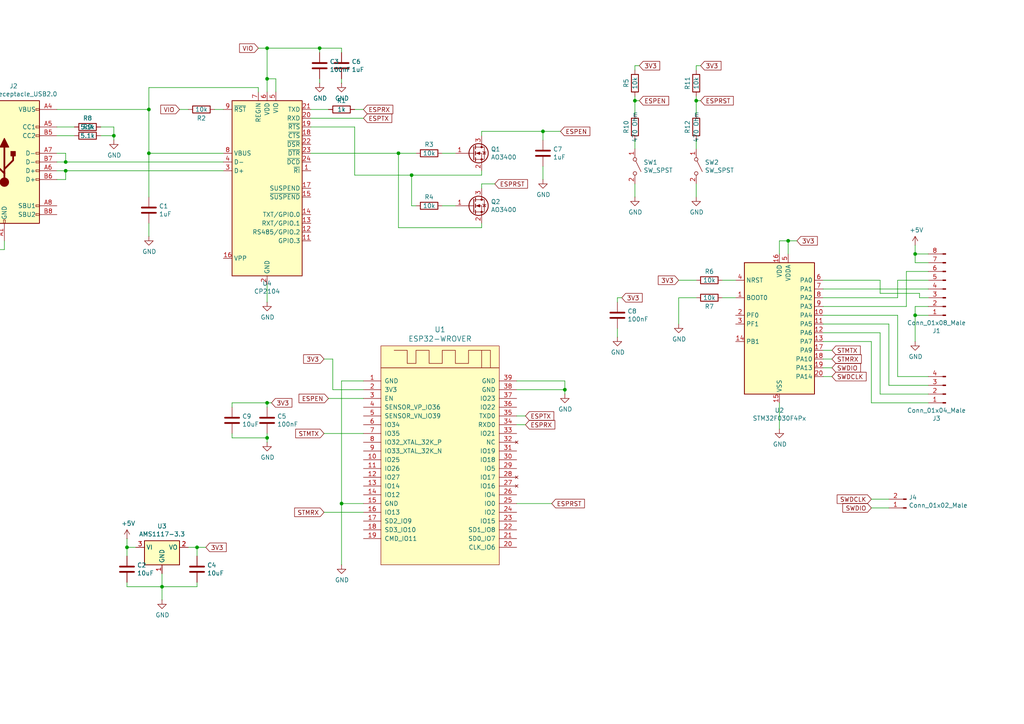
<source format=kicad_sch>
(kicad_sch (version 20250114) (generator "eeschema") (generator_version "9.0")
  (paper "A4")
  (lib_symbols
    (symbol "Connector:Conn_01x02_Male" (pin_names (offset 1.016) (hide yes))
      (property "Reference" "J" (at 0 2.54 0))
      (property "Value" "Connector_Conn_01x02_Male" (at 0 -5.08 0))
      (symbol "Conn_01x02_Male_1_1"
        (rectangle (start 0.8636 0.127) (end 0 -0.127) (stroke (width 0.1524)) (fill (type outline)))
        (rectangle (start 0.8636 -2.413) (end 0 -2.667) (stroke (width 0.1524)) (fill (type outline)))
        (polyline (pts (xy 1.27 0) (xy 0.8636 0)) (stroke (width 0.1524)))
        (polyline (pts (xy 1.27 -2.54) (xy 0.8636 -2.54)) (stroke (width 0.1524)))
        (pin passive line (at 5.08 0 180) (length 3.81) (name "Pin_1") (number "1"))
        (pin passive line (at 5.08 -2.54 180) (length 3.81) (name "Pin_2") (number "2"))
      )
    )
    (symbol "Connector:Conn_01x04_Male" (pin_names (offset 1.016) (hide yes))
      (property "Reference" "J" (at 0 5.08 0))
      (property "Value" "Connector_Conn_01x04_Male" (at 0 -7.62 0))
      (symbol "Conn_01x04_Male_1_1"
        (rectangle (start 0.8636 2.667) (end 0 2.413) (stroke (width 0.1524)) (fill (type outline)))
        (rectangle (start 0.8636 0.127) (end 0 -0.127) (stroke (width 0.1524)) (fill (type outline)))
        (rectangle (start 0.8636 -2.413) (end 0 -2.667) (stroke (width 0.1524)) (fill (type outline)))
        (rectangle (start 0.8636 -4.953) (end 0 -5.207) (stroke (width 0.1524)) (fill (type outline)))
        (polyline (pts (xy 1.27 2.54) (xy 0.8636 2.54)) (stroke (width 0.1524)))
        (polyline (pts (xy 1.27 0) (xy 0.8636 0)) (stroke (width 0.1524)))
        (polyline (pts (xy 1.27 -2.54) (xy 0.8636 -2.54)) (stroke (width 0.1524)))
        (polyline (pts (xy 1.27 -5.08) (xy 0.8636 -5.08)) (stroke (width 0.1524)))
        (pin passive line (at 5.08 2.54 180) (length 3.81) (name "Pin_1") (number "1"))
        (pin passive line (at 5.08 0 180) (length 3.81) (name "Pin_2") (number "2"))
        (pin passive line (at 5.08 -2.54 180) (length 3.81) (name "Pin_3") (number "3"))
        (pin passive line (at 5.08 -5.08 180) (length 3.81) (name "Pin_4") (number "4"))
      )
    )
    (symbol "Connector:Conn_01x08_Male" (pin_names (offset 1.016) (hide yes))
      (property "Reference" "J" (at 0 10.16 0))
      (property "Value" "Connector_Conn_01x08_Male" (at 0 -12.7 0))
      (symbol "Conn_01x08_Male_1_1"
        (rectangle (start 0.8636 7.747) (end 0 7.493) (stroke (width 0.1524)) (fill (type outline)))
        (rectangle (start 0.8636 5.207) (end 0 4.953) (stroke (width 0.1524)) (fill (type outline)))
        (rectangle (start 0.8636 2.667) (end 0 2.413) (stroke (width 0.1524)) (fill (type outline)))
        (rectangle (start 0.8636 0.127) (end 0 -0.127) (stroke (width 0.1524)) (fill (type outline)))
        (rectangle (start 0.8636 -2.413) (end 0 -2.667) (stroke (width 0.1524)) (fill (type outline)))
        (rectangle (start 0.8636 -4.953) (end 0 -5.207) (stroke (width 0.1524)) (fill (type outline)))
        (rectangle (start 0.8636 -7.493) (end 0 -7.747) (stroke (width 0.1524)) (fill (type outline)))
        (rectangle (start 0.8636 -10.033) (end 0 -10.287) (stroke (width 0.1524)) (fill (type outline)))
        (polyline (pts (xy 1.27 7.62) (xy 0.8636 7.62)) (stroke (width 0.1524)))
        (polyline (pts (xy 1.27 5.08) (xy 0.8636 5.08)) (stroke (width 0.1524)))
        (polyline (pts (xy 1.27 2.54) (xy 0.8636 2.54)) (stroke (width 0.1524)))
        (polyline (pts (xy 1.27 0) (xy 0.8636 0)) (stroke (width 0.1524)))
        (polyline (pts (xy 1.27 -2.54) (xy 0.8636 -2.54)) (stroke (width 0.1524)))
        (polyline (pts (xy 1.27 -5.08) (xy 0.8636 -5.08)) (stroke (width 0.1524)))
        (polyline (pts (xy 1.27 -7.62) (xy 0.8636 -7.62)) (stroke (width 0.1524)))
        (polyline (pts (xy 1.27 -10.16) (xy 0.8636 -10.16)) (stroke (width 0.1524)))
        (pin passive line (at 5.08 7.62 180) (length 3.81) (name "Pin_1") (number "1"))
        (pin passive line (at 5.08 5.08 180) (length 3.81) (name "Pin_2") (number "2"))
        (pin passive line (at 5.08 2.54 180) (length 3.81) (name "Pin_3") (number "3"))
        (pin passive line (at 5.08 0 180) (length 3.81) (name "Pin_4") (number "4"))
        (pin passive line (at 5.08 -2.54 180) (length 3.81) (name "Pin_5") (number "5"))
        (pin passive line (at 5.08 -5.08 180) (length 3.81) (name "Pin_6") (number "6"))
        (pin passive line (at 5.08 -7.62 180) (length 3.81) (name "Pin_7") (number "7"))
        (pin passive line (at 5.08 -10.16 180) (length 3.81) (name "Pin_8") (number "8"))
      )
    )
    (symbol "Connector:USB_C_Receptacle_USB2.0" (pin_names (offset 1.016))
      (property "Reference" "J" (at -10.16 19.05 0))
      (property "Value" "Connector_USB_C_Receptacle_USB2.0" (at 19.05 19.05 0))
      (symbol "USB_C_Receptacle_USB2.0_0_0"
        (rectangle (start -0.254 -17.78) (end 0.254 -16.764))
        (rectangle (start 10.16 15.494) (end 9.144 14.986))
        (rectangle (start 10.16 10.414) (end 9.144 9.906))
        (rectangle (start 10.16 7.874) (end 9.144 7.366))
        (rectangle (start 10.16 2.794) (end 9.144 2.286))
        (rectangle (start 10.16 0.254) (end 9.144 -0.254))
        (rectangle (start 10.16 -2.286) (end 9.144 -2.794))
        (rectangle (start 10.16 -4.826) (end 9.144 -5.334))
        (rectangle (start 10.16 -12.446) (end 9.144 -12.954))
        (rectangle (start 10.16 -14.986) (end 9.144 -15.494))
      )
      (symbol "USB_C_Receptacle_USB2.0_0_1"
        (rectangle (start -10.16 17.78) (end 10.16 -17.78) (stroke (width 0.254)) (fill (type background)))
        (polyline (pts (xy -8.89 -3.81) (xy -8.89 3.81)) (stroke (width 0.508)))
        (rectangle (start -7.62 -3.81) (end -6.35 3.81) (stroke (width 0.254)) (fill (type outline)))
        (arc (start -8.89 3.81) (mid -6.985 5.715) (end -5.08 3.81) (stroke (width 0.508)))
        (arc (start -7.62 3.81) (mid -6.985 4.445) (end -6.35 3.81) (stroke (width 0.254)))
        (arc (start -7.62 3.81) (mid -6.985 4.445) (end -6.35 3.81) (stroke (width 0.254)) (fill (type outline)))
        (arc (start -6.35 -3.81) (mid -6.985 -4.445) (end -7.62 -3.81) (stroke (width 0.254)))
        (arc (start -6.35 -3.81) (mid -6.985 -4.445) (end -7.62 -3.81) (stroke (width 0.254)) (fill (type outline)))
        (arc (start -5.08 -3.81) (mid -6.985 -5.715) (end -8.89 -3.81) (stroke (width 0.508)))
        (polyline (pts (xy -5.08 3.81) (xy -5.08 -3.81)) (stroke (width 0.508)))
        (circle (center -2.54 1.143) (radius 0.635) (stroke (width 0.254)) (fill (type outline)))
        (polyline (pts (xy -1.27 4.318) (xy 0 6.858) (xy 1.27 4.318) (xy -1.27 4.318)) (stroke (width 0.254)) (fill (type outline)))
        (polyline (pts (xy 0 -2.032) (xy 2.54 0.508) (xy 2.54 1.778)) (stroke (width 0.508)))
        (polyline (pts (xy 0 -3.302) (xy -2.54 -0.762) (xy -2.54 0.508)) (stroke (width 0.508)))
        (polyline (pts (xy 0 -5.842) (xy 0 4.318)) (stroke (width 0.508)))
        (circle (center 0 -5.842) (radius 1.27) (fill (type outline)))
        (rectangle (start 1.905 1.778) (end 3.175 3.048) (stroke (width 0.254)) (fill (type outline)))
      )
      (symbol "USB_C_Receptacle_USB2.0_1_1"
        (pin passive line (at -7.62 -22.86 90) (length 5.08) (name "SHIELD") (number "S1"))
        (pin power_in line (at 0 -22.86 90) (length 5.08) (name "GND") (number "A1"))
        (pin passive line (at 0 -22.86 90) (length 5.08) (hide yes) (name "GND") (number "A12"))
        (pin passive line (at 0 -22.86 90) (length 5.08) (hide yes) (name "GND") (number "B1"))
        (pin passive line (at 0 -22.86 90) (length 5.08) (hide yes) (name "GND") (number "B12"))
        (pin power_in line (at 15.24 15.24 180) (length 5.08) (name "VBUS") (number "A4"))
        (pin passive line (at 15.24 15.24 180) (length 5.08) (hide yes) (name "VBUS") (number "A9"))
        (pin passive line (at 15.24 15.24 180) (length 5.08) (hide yes) (name "VBUS") (number "B4"))
        (pin passive line (at 15.24 15.24 180) (length 5.08) (hide yes) (name "VBUS") (number "B9"))
        (pin bidirectional line (at 15.24 10.16 180) (length 5.08) (name "CC1") (number "A5"))
        (pin bidirectional line (at 15.24 7.62 180) (length 5.08) (name "CC2") (number "B5"))
        (pin bidirectional line (at 15.24 2.54 180) (length 5.08) (name "D-") (number "A7"))
        (pin bidirectional line (at 15.24 0 180) (length 5.08) (name "D-") (number "B7"))
        (pin bidirectional line (at 15.24 -2.54 180) (length 5.08) (name "D+") (number "A6"))
        (pin bidirectional line (at 15.24 -5.08 180) (length 5.08) (name "D+") (number "B6"))
        (pin bidirectional line (at 15.24 -12.7 180) (length 5.08) (name "SBU1") (number "A8"))
        (pin bidirectional line (at 15.24 -15.24 180) (length 5.08) (name "SBU2") (number "B8"))
      )
    )
    (symbol "Device:C" (pin_numbers (hide yes)) (pin_names (offset 0.254))
      (property "Reference" "C" (at 0.635 2.54 0))
      (property "Value" "C" (at 0.635 -2.54 0))
      (symbol "C_0_1"
        (polyline (pts (xy -2.032 0.762) (xy 2.032 0.762)) (stroke (width 0.508)))
        (polyline (pts (xy -2.032 -0.762) (xy 2.032 -0.762)) (stroke (width 0.508)))
      )
      (symbol "C_1_1"
        (pin passive line (at 0 3.81 270) (length 2.794) (name "~") (number "1"))
        (pin passive line (at 0 -3.81 90) (length 2.794) (name "~") (number "2"))
      )
    )
    (symbol "Device:R" (pin_numbers (hide yes)) (pin_names (offset 0))
      (property "Reference" "R" (at 2.032 0 90))
      (property "Value" "R" (at 0 0 90))
      (symbol "R_0_1"
        (rectangle (start -1.016 -2.54) (end 1.016 2.54) (stroke (width 0.254)))
      )
      (symbol "R_1_1"
        (pin passive line (at 0 3.81 270) (length 1.27) (name "~") (number "1"))
        (pin passive line (at 0 -3.81 90) (length 1.27) (name "~") (number "2"))
      )
    )
    (symbol "Interface_USB:CP2104"
      (property "Reference" "U" (at -5.08 28.575 0))
      (property "Value" "CP2104" (at -5.08 26.67 0))
      (symbol "CP2104_1_1"
        (rectangle (start -10.16 25.4) (end 10.16 -25.4) (stroke (width 0.254)) (fill (type background)))
        (pin bidirectional line (at -12.7 22.86 0) (length 2.54) (name "~{RST}") (number "9"))
        (pin input line (at -12.7 10.16 0) (length 2.54) (name "VBUS") (number "8"))
        (pin bidirectional line (at -12.7 7.62 0) (length 2.54) (name "D-") (number "4"))
        (pin bidirectional line (at -12.7 5.08 0) (length 2.54) (name "D+") (number "3"))
        (pin passive line (at -12.7 -20.32 0) (length 2.54) (name "VPP") (number "16"))
        (pin power_in line (at -2.54 27.94 270) (length 2.54) (name "REGIN") (number "7"))
        (pin power_in line (at 0 27.94 270) (length 2.54) (name "VDD") (number "6"))
        (pin power_in line (at 0 -27.94 90) (length 2.54) (name "GND") (number "2"))
        (pin passive line (at 0 -27.94 90) (length 2.54) (hide yes) (name "GND") (number "25"))
        (pin power_in line (at 2.54 27.94 270) (length 2.54) (name "VIO") (number "5"))
        (pin no_connect line (at 10.16 -20.32 180) (length 2.54) (hide yes) (name "NC") (number "10"))
        (pin output line (at 12.7 22.86 180) (length 2.54) (name "TXD") (number "21"))
        (pin input line (at 12.7 20.32 180) (length 2.54) (name "RXD") (number "20"))
        (pin output line (at 12.7 17.78 180) (length 2.54) (name "~{RTS}") (number "19"))
        (pin input line (at 12.7 15.24 180) (length 2.54) (name "~{CTS}") (number "18"))
        (pin input line (at 12.7 12.7 180) (length 2.54) (name "~{DSR}") (number "22"))
        (pin output line (at 12.7 10.16 180) (length 2.54) (name "~{DTR}") (number "23"))
        (pin input line (at 12.7 7.62 180) (length 2.54) (name "~{DCD}") (number "24"))
        (pin input line (at 12.7 5.08 180) (length 2.54) (name "~{RI}") (number "1"))
        (pin output line (at 12.7 0 180) (length 2.54) (name "SUSPEND") (number "17"))
        (pin output line (at 12.7 -2.54 180) (length 2.54) (name "~{SUSPEND}") (number "15"))
        (pin bidirectional line (at 12.7 -7.62 180) (length 2.54) (name "TXT/GPIO.0") (number "14"))
        (pin bidirectional line (at 12.7 -10.16 180) (length 2.54) (name "RXT/GPIO.1") (number "13"))
        (pin bidirectional line (at 12.7 -12.7 180) (length 2.54) (name "RS485/GPIO.2") (number "12"))
        (pin bidirectional line (at 12.7 -15.24 180) (length 2.54) (name "GPIO.3") (number "11"))
      )
    )
    (symbol "MCU_ST_STM32F0:STM32F030F4Px"
      (property "Reference" "U" (at -10.16 21.59 0))
      (property "Value" "STM32F030F4Px" (at 5.08 21.59 0))
      (symbol "STM32F030F4Px_0_1"
        (rectangle (start -10.16 -17.78) (end 10.16 20.32) (stroke (width 0.254)) (fill (type background)))
      )
      (symbol "STM32F030F4Px_1_1"
        (pin input line (at -12.7 15.24 0) (length 2.54) (name "NRST") (number "4"))
        (pin input line (at -12.7 10.16 0) (length 2.54) (name "BOOT0") (number "1"))
        (pin bidirectional line (at -12.7 5.08 0) (length 2.54) (name "PF0") (number "2"))
        (pin bidirectional line (at -12.7 2.54 0) (length 2.54) (name "PF1") (number "3"))
        (pin bidirectional line (at -12.7 -2.54 0) (length 2.54) (name "PB1") (number "14"))
        (pin power_in line (at 0 22.86 270) (length 2.54) (name "VDD") (number "16"))
        (pin power_in line (at 0 -20.32 90) (length 2.54) (name "VSS") (number "15"))
        (pin power_in line (at 2.54 22.86 270) (length 2.54) (name "VDDA") (number "5"))
        (pin bidirectional line (at 12.7 15.24 180) (length 2.54) (name "PA0") (number "6"))
        (pin bidirectional line (at 12.7 12.7 180) (length 2.54) (name "PA1") (number "7"))
        (pin bidirectional line (at 12.7 10.16 180) (length 2.54) (name "PA2") (number "8"))
        (pin bidirectional line (at 12.7 7.62 180) (length 2.54) (name "PA3") (number "9"))
        (pin bidirectional line (at 12.7 5.08 180) (length 2.54) (name "PA4") (number "10"))
        (pin bidirectional line (at 12.7 2.54 180) (length 2.54) (name "PA5") (number "11"))
        (pin bidirectional line (at 12.7 0 180) (length 2.54) (name "PA6") (number "12"))
        (pin bidirectional line (at 12.7 -2.54 180) (length 2.54) (name "PA7") (number "13"))
        (pin bidirectional line (at 12.7 -5.08 180) (length 2.54) (name "PA9") (number "17"))
        (pin bidirectional line (at 12.7 -7.62 180) (length 2.54) (name "PA10") (number "18"))
        (pin bidirectional line (at 12.7 -10.16 180) (length 2.54) (name "PA13") (number "19"))
        (pin bidirectional line (at 12.7 -12.7 180) (length 2.54) (name "PA14") (number "20"))
      )
    )
    (symbol "Regulator_Linear:AMS1117-3.3"
      (property "Reference" "U" (at -3.81 3.175 0))
      (property "Value" "AMS1117-3.3" (at 0 3.175 0))
      (symbol "AMS1117-3.3_0_1"
        (rectangle (start -5.08 -5.08) (end 5.08 1.905) (stroke (width 0.254)) (fill (type background)))
      )
      (symbol "AMS1117-3.3_1_1"
        (pin power_in line (at -7.62 0 0) (length 2.54) (name "VI") (number "3"))
        (pin power_in line (at 0 -7.62 90) (length 2.54) (name "GND") (number "1"))
        (pin power_out line (at 7.62 0 180) (length 2.54) (name "VO") (number "2"))
      )
    )
    (symbol "Switch:SW_SPST" (pin_names (offset 0) (hide yes))
      (property "Reference" "SW" (at 0 3.175 0))
      (property "Value" "SW_SPST" (at 0 -2.54 0))
      (symbol "SW_SPST_0_0"
        (circle (center -2.032 0) (radius 0.508))
        (polyline (pts (xy -1.524 0.254) (xy 1.524 1.778)))
        (circle (center 2.032 0) (radius 0.508))
      )
      (symbol "SW_SPST_1_1"
        (pin passive line (at -5.08 0 0) (length 2.54) (name "A") (number "1"))
        (pin passive line (at 5.08 0 180) (length 2.54) (name "B") (number "2"))
      )
    )
    (symbol "Transistor_FET:BSS138" (pin_names (hide yes))
      (property "Reference" "Q" (at 5.08 1.905 0))
      (property "Value" "BSS138" (at 5.08 0 0))
      (symbol "BSS138_0_1"
        (polyline (pts (xy 0.254 1.905) (xy 0.254 -1.905)) (stroke (width 0.254)))
        (polyline (pts (xy 0.254 0) (xy -2.54 0)))
        (polyline (pts (xy 0.762 2.286) (xy 0.762 1.27)) (stroke (width 0.254)))
        (polyline (pts (xy 0.762 0.508) (xy 0.762 -0.508)) (stroke (width 0.254)))
        (polyline (pts (xy 0.762 -1.27) (xy 0.762 -2.286)) (stroke (width 0.254)))
        (polyline (pts (xy 0.762 -1.778) (xy 3.302 -1.778) (xy 3.302 1.778) (xy 0.762 1.778)))
        (polyline (pts (xy 1.016 0) (xy 2.032 0.381) (xy 2.032 -0.381) (xy 1.016 0)) (fill (type outline)))
        (circle (center 1.651 0) (radius 2.794) (stroke (width 0.254)))
        (polyline (pts (xy 2.54 2.54) (xy 2.54 1.778)))
        (circle (center 2.54 1.778) (radius 0.254) (fill (type outline)))
        (circle (center 2.54 -1.778) (radius 0.254) (fill (type outline)))
        (polyline (pts (xy 2.54 -2.54) (xy 2.54 0) (xy 0.762 0)))
        (polyline (pts (xy 2.794 0.508) (xy 2.921 0.381) (xy 3.683 0.381) (xy 3.81 0.254)))
        (polyline (pts (xy 3.302 0.381) (xy 2.921 -0.254) (xy 3.683 -0.254) (xy 3.302 0.381)))
      )
      (symbol "BSS138_1_1"
        (pin input line (at -5.08 0 0) (length 2.54) (name "G") (number "1"))
        (pin passive line (at 2.54 5.08 270) (length 2.54) (name "D") (number "3"))
        (pin passive line (at 2.54 -5.08 90) (length 2.54) (name "S") (number "2"))
      )
    )
    (symbol "esp32-wrover:ESP32-WROVER" (pin_names (offset 1.016))
      (property "Reference" "U" (at -15.24 -33.02 0))
      (property "Value" "ESP32-WROVER" (at 6.35 -33.02 0))
      (symbol "ESP32-WROVER_0_1"
        (rectangle (start -17.78 29.21) (end 16.51 22.86) (fill (type background)))
        (rectangle (start -17.78 22.86) (end 16.51 -34.29) (fill (type background)))
        (polyline (pts (xy -13.97 27.94) (xy -10.16 27.94) (xy -10.16 24.13) (xy -7.62 24.13) (xy -7.62 27.94) (xy -3.81 27.94) (xy -3.81 24.13) (xy 0 24.13) (xy 0 27.94) (xy 3.81 27.94) (xy 3.81 24.13) (xy 7.62 24.13) (xy 7.62 27.94) (xy 11.43 27.94) (xy 11.43 22.86)))
        (polyline (pts (xy 11.43 27.94) (xy 13.97 27.94) (xy 13.97 22.86)))
      )
      (symbol "ESP32-WROVER_1_1"
        (pin power_in line (at -22.86 19.05 0) (length 5.08) (name "GND") (number "1"))
        (pin power_in line (at -22.86 16.51 0) (length 5.08) (name "3V3") (number "2"))
        (pin input line (at -22.86 13.97 0) (length 5.08) (name "EN") (number "3"))
        (pin input line (at -22.86 11.43 0) (length 5.08) (name "SENSOR_VP_IO36") (number "4"))
        (pin input line (at -22.86 8.89 0) (length 5.08) (name "SENSOR_VN_IO39") (number "5"))
        (pin input line (at -22.86 6.35 0) (length 5.08) (name "IO34") (number "6"))
        (pin input line (at -22.86 3.81 0) (length 5.08) (name "IO35") (number "7"))
        (pin bidirectional line (at -22.86 1.27 0) (length 5.08) (name "IO32_XTAL_32K_P") (number "8"))
        (pin bidirectional line (at -22.86 -1.27 0) (length 5.08) (name "IO33_XTAL_32K_N") (number "9"))
        (pin bidirectional line (at -22.86 -3.81 0) (length 5.08) (name "IO25") (number "10"))
        (pin bidirectional line (at -22.86 -6.35 0) (length 5.08) (name "IO26") (number "11"))
        (pin bidirectional line (at -22.86 -8.89 0) (length 5.08) (name "IO27") (number "12"))
        (pin bidirectional line (at -22.86 -11.43 0) (length 5.08) (name "IO14") (number "13"))
        (pin bidirectional line (at -22.86 -13.97 0) (length 5.08) (name "IO12") (number "14"))
        (pin power_in line (at -22.86 -16.51 0) (length 5.08) (name "GND") (number "15"))
        (pin bidirectional line (at -22.86 -19.05 0) (length 5.08) (name "IO13") (number "16"))
        (pin bidirectional line (at -22.86 -21.59 0) (length 5.08) (name "SD2_IO9") (number "17"))
        (pin bidirectional line (at -22.86 -24.13 0) (length 5.08) (name "SD3_IO10") (number "18"))
        (pin bidirectional line (at -22.86 -26.67 0) (length 5.08) (name "CMD_IO11") (number "19"))
        (pin power_in line (at 21.59 19.05 180) (length 5.08) (name "GND") (number "39"))
        (pin power_in line (at 21.59 16.51 180) (length 5.08) (name "GND") (number "38"))
        (pin bidirectional line (at 21.59 13.97 180) (length 5.08) (name "IO23") (number "37"))
        (pin bidirectional line (at 21.59 11.43 180) (length 5.08) (name "IO22") (number "36"))
        (pin output line (at 21.59 8.89 180) (length 5.08) (name "TXD0") (number "35"))
        (pin input line (at 21.59 6.35 180) (length 5.08) (name "RXD0") (number "34"))
        (pin bidirectional line (at 21.59 3.81 180) (length 5.08) (name "IO21") (number "33"))
        (pin no_connect line (at 21.59 1.27 180) (length 5.08) (name "NC") (number "32"))
        (pin bidirectional line (at 21.59 -1.27 180) (length 5.08) (name "IO19") (number "31"))
        (pin bidirectional line (at 21.59 -3.81 180) (length 5.08) (name "IO18") (number "30"))
        (pin bidirectional line (at 21.59 -6.35 180) (length 5.08) (name "IO5") (number "29"))
        (pin no_connect line (at 21.59 -8.89 180) (length 5.08) (name "IO17") (number "28"))
        (pin no_connect line (at 21.59 -11.43 180) (length 5.08) (name "IO16") (number "27"))
        (pin bidirectional line (at 21.59 -13.97 180) (length 5.08) (name "IO4") (number "26"))
        (pin bidirectional line (at 21.59 -16.51 180) (length 5.08) (name "IO0") (number "25"))
        (pin bidirectional line (at 21.59 -19.05 180) (length 5.08) (name "IO2") (number "24"))
        (pin bidirectional line (at 21.59 -21.59 180) (length 5.08) (name "IO15") (number "23"))
        (pin bidirectional line (at 21.59 -24.13 180) (length 5.08) (name "SD1_IO8") (number "22"))
        (pin bidirectional line (at 21.59 -26.67 180) (length 5.08) (name "SD0_IO7") (number "21"))
        (pin bidirectional line (at 21.59 -29.21 180) (length 5.08) (name "CLK_IO6") (number "20"))
      )
    )
    (symbol "power:+5V" (power) (pin_numbers (hide yes)) (pin_names (offset 0) (hide yes))
      (property "Value" "+5V" (at 0 3.556 0))
      (symbol "+5V_0_1"
        (polyline (pts (xy -0.762 1.27) (xy 0 2.54)))
        (polyline (pts (xy 0 2.54) (xy 0.762 1.27)))
        (polyline (pts (xy 0 0) (xy 0 2.54)))
      )
      (symbol "+5V_1_1"
        (pin power_in line (at 0 0 90) (length 0) (name "~") (number "1"))
      )
    )
    (symbol "power:GND" (power) (pin_numbers (hide yes)) (pin_names (offset 0) (hide yes))
      (property "Value" "GND" (at 0 -3.81 0))
      (symbol "GND_0_1"
        (polyline (pts (xy 0 0) (xy 0 -1.27) (xy 1.27 -1.27) (xy 0 -2.54) (xy -1.27 -1.27) (xy 0 -1.27)))
      )
      (symbol "GND_1_1"
        (pin power_in line (at 0 0 270) (length 0) (name "~") (number "1"))
      )
    )
  )
  (junction (at 184.15 29.21))
  (junction (at 115.57 44.45))
  (junction (at 157.48 38.1))
  (junction (at 43.18 44.45))
  (junction (at 19.05 49.53))
  (junction (at 119.38 50.8))
  (junction (at 77.47 127))
  (junction (at 46.99 170.18))
  (junction (at 33.02 39.37))
  (junction (at 201.93 29.21))
  (junction (at 57.15 158.75))
  (junction (at 36.83 158.75))
  (junction (at 265.43 91.44))
  (junction (at 92.71 13.97))
  (junction (at 77.47 22.86))
  (junction (at -2.54 72.39))
  (junction (at 265.43 73.66))
  (junction (at 228.6 69.85))
  (junction (at 19.05 46.99))
  (junction (at 43.18 31.75))
  (junction (at 77.47 13.97))
  (junction (at 163.83 113.03))
  (junction (at 99.06 146.05))
  (junction (at 77.47 116.84))
  (wire (pts (xy 29.21 36.83) (xy 33.02 36.83)))
  (wire (pts (xy 238.76 93.98) (xy 257.81 93.98)))
  (wire (pts (xy 262.89 88.9) (xy 262.89 78.74)))
  (wire (pts (xy 36.83 170.18) (xy 36.83 168.91)))
  (wire (pts (xy 149.86 110.49) (xy 163.83 110.49)))
  (wire (pts (xy 255.27 114.3) (xy 269.24 114.3)))
  (wire (pts (xy 201.93 86.36) (xy 196.85 86.36)))
  (wire (pts (xy 46.99 170.18) (xy 36.83 170.18)))
  (wire (pts (xy 19.05 52.07) (xy 19.05 49.53)))
  (wire (pts (xy 139.7 66.04) (xy 139.7 64.77)))
  (wire (pts (xy 265.43 91.44) (xy 265.43 88.9)))
  (wire (pts (xy 46.99 170.18) (xy 46.99 166.37)))
  (wire (pts (xy 57.15 158.75) (xy 57.15 161.29)))
  (wire (pts (xy 149.86 113.03) (xy 163.83 113.03)))
  (wire (pts (xy 16.51 44.45) (xy 19.05 44.45)))
  (wire (pts (xy 36.83 158.75) (xy 36.83 161.29)))
  (wire (pts (xy 238.76 91.44) (xy 260.35 91.44)))
  (wire (pts (xy -6.35 72.39) (xy -2.54 72.39)))
  (wire (pts (xy 228.6 73.66) (xy 228.6 69.85)))
  (wire (pts (xy 260.35 86.36) (xy 260.35 81.28)))
  (wire (pts (xy 43.18 31.75) (xy 43.18 44.45)))
  (wire (pts (xy 16.51 39.37) (xy 21.59 39.37)))
  (wire (pts (xy 184.15 53.34) (xy 184.15 57.15)))
  (wire (pts (xy 119.38 59.69) (xy 119.38 50.8)))
  (wire (pts (xy 19.05 49.53) (xy 64.77 49.53)))
  (wire (pts (xy 143.51 53.34) (xy 139.7 53.34)))
  (wire (pts (xy 257.81 93.98) (xy 257.81 111.76)))
  (wire (pts (xy 77.47 22.86) (xy 77.47 26.67)))
  (wire (pts (xy 226.06 124.46) (xy 226.06 116.84)))
  (wire (pts (xy 16.51 36.83) (xy 21.59 36.83)))
  (wire (pts (xy 43.18 44.45) (xy 64.77 44.45)))
  (wire (pts (xy 115.57 44.45) (xy 120.65 44.45)))
  (wire (pts (xy 266.7 85.09) (xy 266.7 86.36)))
  (wire (pts (xy 162.56 38.1) (xy 157.48 38.1)))
  (wire (pts (xy 241.3 104.14) (xy 238.76 104.14)))
  (wire (pts (xy 179.07 95.25) (xy 179.07 97.79)))
  (wire (pts (xy 265.43 91.44) (xy 269.24 91.44)))
  (wire (pts (xy 77.47 13.97) (xy 77.47 22.86)))
  (wire (pts (xy 265.43 88.9) (xy 269.24 88.9)))
  (wire (pts (xy 19.05 46.99) (xy 64.77 46.99)))
  (wire (pts (xy 90.17 34.29) (xy 105.41 34.29)))
  (wire (pts (xy 157.48 48.26) (xy 157.48 52.07)))
  (wire (pts (xy 99.06 13.97) (xy 99.06 15.24)))
  (wire (pts (xy 260.35 91.44) (xy 260.35 109.22)))
  (wire (pts (xy 78.74 116.84) (xy 77.47 116.84)))
  (wire (pts (xy 77.47 116.84) (xy 77.47 118.11)))
  (wire (pts (xy 139.7 39.37) (xy 139.7 38.1)))
  (wire (pts (xy 196.85 93.98) (xy 196.85 86.36)))
  (wire (pts (xy 62.23 31.75) (xy 64.77 31.75)))
  (wire (pts (xy 77.47 82.55) (xy 77.47 87.63)))
  (wire (pts (xy 257.81 111.76) (xy 269.24 111.76)))
  (wire (pts (xy 46.99 173.99) (xy 46.99 170.18)))
  (wire (pts (xy 92.71 13.97) (xy 99.06 13.97)))
  (wire (pts (xy 95.25 31.75) (xy 90.17 31.75)))
  (wire (pts (xy 203.2 19.05) (xy 201.93 19.05)))
  (wire (pts (xy 57.15 170.18) (xy 46.99 170.18)))
  (wire (pts (xy 99.06 22.86) (xy 99.06 24.13)))
  (wire (pts (xy 43.18 25.4) (xy 43.18 31.75)))
  (wire (pts (xy 99.06 146.05) (xy 99.06 163.83)))
  (wire (pts (xy 201.93 81.28) (xy 196.85 81.28)))
  (wire (pts (xy 260.35 81.28) (xy 269.24 81.28)))
  (wire (pts (xy 179.07 86.36) (xy 179.07 87.63)))
  (wire (pts (xy 238.76 81.28) (xy 255.27 81.28)))
  (wire (pts (xy 90.17 36.83) (xy 102.87 36.83)))
  (wire (pts (xy 163.83 113.03) (xy 163.83 114.3)))
  (wire (pts (xy 59.69 158.75) (xy 57.15 158.75)))
  (wire (pts (xy 128.27 44.45) (xy 132.08 44.45)))
  (wire (pts (xy 266.7 86.36) (xy 269.24 86.36)))
  (wire (pts (xy 96.52 113.03) (xy 105.41 113.03)))
  (wire (pts (xy 265.43 73.66) (xy 269.24 73.66)))
  (wire (pts (xy 99.06 110.49) (xy 99.06 146.05)))
  (wire (pts (xy 238.76 88.9) (xy 262.89 88.9)))
  (wire (pts (xy 119.38 50.8) (xy 139.7 50.8)))
  (wire (pts (xy 74.93 13.97) (xy 77.47 13.97)))
  (wire (pts (xy 93.98 148.59) (xy 105.41 148.59)))
  (wire (pts (xy 241.3 109.22) (xy 238.76 109.22)))
  (wire (pts (xy 226.06 69.85) (xy 226.06 73.66)))
  (wire (pts (xy 185.42 29.21) (xy 184.15 29.21)))
  (wire (pts (xy 255.27 81.28) (xy 255.27 85.09)))
  (wire (pts (xy 115.57 66.04) (xy 139.7 66.04)))
  (wire (pts (xy 115.57 44.45) (xy 115.57 66.04)))
  (wire (pts (xy 102.87 50.8) (xy 119.38 50.8)))
  (wire (pts (xy 105.41 110.49) (xy 99.06 110.49)))
  (wire (pts (xy 39.37 158.75) (xy 36.83 158.75)))
  (wire (pts (xy 77.47 116.84) (xy 67.31 116.84)))
  (wire (pts (xy 163.83 110.49) (xy 163.83 113.03)))
  (wire (pts (xy 255.27 85.09) (xy 266.7 85.09)))
  (wire (pts (xy 265.43 76.2) (xy 269.24 76.2)))
  (wire (pts (xy 152.4 120.65) (xy 149.86 120.65)))
  (wire (pts (xy 241.3 101.6) (xy 238.76 101.6)))
  (wire (pts (xy 92.71 13.97) (xy 92.71 15.24)))
  (wire (pts (xy 262.89 78.74) (xy 269.24 78.74)))
  (wire (pts (xy 228.6 69.85) (xy 226.06 69.85)))
  (wire (pts (xy -2.54 72.39) (xy 1.27 72.39)))
  (wire (pts (xy 157.48 40.64) (xy 157.48 38.1)))
  (wire (pts (xy 33.02 36.83) (xy 33.02 39.37)))
  (wire (pts (xy 252.73 144.78) (xy 257.81 144.78)))
  (wire (pts (xy 238.76 99.06) (xy 252.73 99.06)))
  (wire (pts (xy 43.18 25.4) (xy 74.93 25.4)))
  (wire (pts (xy 185.42 19.05) (xy 184.15 19.05)))
  (wire (pts (xy 252.73 116.84) (xy 269.24 116.84)))
  (wire (pts (xy 213.36 86.36) (xy 209.55 86.36)))
  (wire (pts (xy 157.48 38.1) (xy 139.7 38.1)))
  (wire (pts (xy 43.18 44.45) (xy 43.18 57.15)))
  (wire (pts (xy -2.54 72.39) (xy -2.54 82.55)))
  (wire (pts (xy 93.98 125.73) (xy 105.41 125.73)))
  (wire (pts (xy 201.93 53.34) (xy 201.93 57.15)))
  (wire (pts (xy 105.41 146.05) (xy 99.06 146.05)))
  (wire (pts (xy 184.15 29.21) (xy 184.15 33.02)))
  (wire (pts (xy 241.3 106.68) (xy 238.76 106.68)))
  (wire (pts (xy 238.76 96.52) (xy 255.27 96.52)))
  (wire (pts (xy 102.87 36.83) (xy 102.87 50.8)))
  (wire (pts (xy 67.31 116.84) (xy 67.31 118.11)))
  (wire (pts (xy 152.4 123.19) (xy 149.86 123.19)))
  (wire (pts (xy 128.27 59.69) (xy 132.08 59.69)))
  (wire (pts (xy 265.43 73.66) (xy 265.43 76.2)))
  (wire (pts (xy 252.73 147.32) (xy 257.81 147.32)))
  (wire (pts (xy 74.93 25.4) (xy 74.93 26.67)))
  (wire (pts (xy 139.7 54.61) (xy 139.7 53.34)))
  (wire (pts (xy 43.18 64.77) (xy 43.18 68.58)))
  (wire (pts (xy 139.7 50.8) (xy 139.7 49.53)))
  (wire (pts (xy 54.61 158.75) (xy 57.15 158.75)))
  (wire (pts (xy 201.93 29.21) (xy 201.93 33.02)))
  (wire (pts (xy 92.71 22.86) (xy 92.71 24.13)))
  (wire (pts (xy 67.31 125.73) (xy 67.31 127)))
  (wire (pts (xy 265.43 71.12) (xy 265.43 73.66)))
  (wire (pts (xy 231.14 69.85) (xy 228.6 69.85)))
  (wire (pts (xy 77.47 13.97) (xy 92.71 13.97)))
  (wire (pts (xy 260.35 109.22) (xy 269.24 109.22)))
  (wire (pts (xy 105.41 115.57) (xy 95.25 115.57)))
  (wire (pts (xy 203.2 29.21) (xy 201.93 29.21)))
  (wire (pts (xy 265.43 99.06) (xy 265.43 91.44)))
  (wire (pts (xy 102.87 31.75) (xy 105.41 31.75)))
  (wire (pts (xy 29.21 39.37) (xy 33.02 39.37)))
  (wire (pts (xy 77.47 125.73) (xy 77.47 127)))
  (wire (pts (xy 93.98 104.14) (xy 96.52 104.14)))
  (wire (pts (xy 119.38 59.69) (xy 120.65 59.69)))
  (wire (pts (xy 77.47 22.86) (xy 80.01 22.86)))
  (wire (pts (xy 209.55 81.28) (xy 213.36 81.28)))
  (wire (pts (xy 33.02 39.37) (xy 33.02 40.64)))
  (wire (pts (xy 252.73 99.06) (xy 252.73 116.84)))
  (wire (pts (xy 36.83 156.21) (xy 36.83 158.75)))
  (bus (pts (xy -31.75 -25.4) (xy -29.21 -22.86)))
  (wire (pts (xy 1.27 72.39) (xy 1.27 69.85)))
  (wire (pts (xy 19.05 49.53) (xy 16.51 49.53)))
  (wire (pts (xy 149.86 146.05) (xy 160.02 146.05)))
  (wire (pts (xy 238.76 86.36) (xy 260.35 86.36)))
  (wire (pts (xy 184.15 27.94) (xy 184.15 29.21)))
  (wire (pts (xy 16.51 46.99) (xy 19.05 46.99)))
  (wire (pts (xy 255.27 96.52) (xy 255.27 114.3)))
  (wire (pts (xy 80.01 22.86) (xy 80.01 26.67)))
  (wire (pts (xy 16.51 31.75) (xy 43.18 31.75)))
  (wire (pts (xy 184.15 40.64) (xy 184.15 43.18)))
  (wire (pts (xy 201.93 27.94) (xy 201.93 29.21)))
  (wire (pts (xy 16.51 52.07) (xy 19.05 52.07)))
  (wire (pts (xy 54.61 31.75) (xy 52.07 31.75)))
  (wire (pts (xy 77.47 127) (xy 77.47 128.27)))
  (wire (pts (xy 201.93 40.64) (xy 201.93 43.18)))
  (wire (pts (xy 57.15 168.91) (xy 57.15 170.18)))
  (wire (pts (xy 19.05 44.45) (xy 19.05 46.99)))
  (wire (pts (xy 238.76 83.82) (xy 269.24 83.82)))
  (wire (pts (xy 180.34 86.36) (xy 179.07 86.36)))
  (wire (pts (xy 201.93 19.05) (xy 201.93 20.32)))
  (wire (pts (xy 67.31 127) (xy 77.47 127)))
  (wire (pts (xy -6.35 69.85) (xy -6.35 72.39)))
  (wire (pts (xy 184.15 19.05) (xy 184.15 20.32)))
  (wire (pts (xy 96.52 104.14) (xy 96.52 113.03)))
  (wire (pts (xy 90.17 44.45) (xy 115.57 44.45)))
  (global_label "VIO" (shape input) (at 52.07 31.75 180) (property "Intersheetrefs" "${INTERSHEET_REFS}" (effects (hide yes))))
  (global_label "3V3" (shape input) (at 196.85 81.28 180) (property "Intersheetrefs" "${INTERSHEET_REFS}" (effects (hide yes))))
  (global_label "ESPRST" (shape input) (at 160.02 146.05 0) (property "Intersheetrefs" "${INTERSHEET_REFS}" (effects (hide yes))))
  (global_label "ESPEN" (shape input) (at 162.56 38.1 0) (property "Intersheetrefs" "${INTERSHEET_REFS}" (effects (hide yes))))
  (global_label "ESPEN" (shape input) (at 185.42 29.21 0) (property "Intersheetrefs" "${INTERSHEET_REFS}" (effects (hide yes))))
  (global_label "VIO" (shape input) (at 74.93 13.97 180) (property "Intersheetrefs" "${INTERSHEET_REFS}" (effects (hide yes))))
  (global_label "STMRX" (shape input) (at 93.98 148.59 180) (property "Intersheetrefs" "${INTERSHEET_REFS}" (effects (hide yes))))
  (global_label "SWDCLK" (shape input) (at 252.73 144.78 180) (property "Intersheetrefs" "${INTERSHEET_REFS}" (effects (hide yes))))
  (global_label "SWDIO" (shape input) (at 241.3 106.68 0) (property "Intersheetrefs" "${INTERSHEET_REFS}" (effects (hide yes))))
  (global_label "3V3" (shape input) (at 180.34 86.36 0) (property "Intersheetrefs" "${INTERSHEET_REFS}" (effects (hide yes))))
  (global_label "STMTX" (shape input) (at 241.3 101.6 0) (property "Intersheetrefs" "${INTERSHEET_REFS}" (effects (hide yes))))
  (global_label "3V3" (shape input) (at 231.14 69.85 0) (property "Intersheetrefs" "${INTERSHEET_REFS}" (effects (hide yes))))
  (global_label "3V3" (shape input) (at 78.74 116.84 0) (property "Intersheetrefs" "${INTERSHEET_REFS}" (effects (hide yes))))
  (global_label "ESPRX" (shape input) (at 105.41 31.75 0) (property "Intersheetrefs" "${INTERSHEET_REFS}" (effects (hide yes))))
  (global_label "ESPTX" (shape input) (at 105.41 34.29 0) (property "Intersheetrefs" "${INTERSHEET_REFS}" (effects (hide yes))))
  (global_label "SWDCLK" (shape input) (at 241.3 109.22 0) (property "Intersheetrefs" "${INTERSHEET_REFS}" (effects (hide yes))))
  (global_label "3V3" (shape input) (at 203.2 19.05 0) (property "Intersheetrefs" "${INTERSHEET_REFS}" (effects (hide yes))))
  (global_label "3V3" (shape input) (at 93.98 104.14 180) (property "Intersheetrefs" "${INTERSHEET_REFS}" (effects (hide yes))))
  (global_label "ESPTX" (shape input) (at 152.4 120.65 0) (property "Intersheetrefs" "${INTERSHEET_REFS}" (effects (hide yes))))
  (global_label "SWDIO" (shape input) (at 252.73 147.32 180) (property "Intersheetrefs" "${INTERSHEET_REFS}" (effects (hide yes))))
  (global_label "STMRX" (shape input) (at 241.3 104.14 0) (property "Intersheetrefs" "${INTERSHEET_REFS}" (effects (hide yes))))
  (global_label "3V3" (shape input) (at 59.69 158.75 0) (property "Intersheetrefs" "${INTERSHEET_REFS}" (effects (hide yes))))
  (global_label "STMTX" (shape input) (at 93.98 125.73 180) (property "Intersheetrefs" "${INTERSHEET_REFS}" (effects (hide yes))))
  (global_label "3V3" (shape input) (at 185.42 19.05 0) (property "Intersheetrefs" "${INTERSHEET_REFS}" (effects (hide yes))))
  (global_label "ESPRX" (shape input) (at 152.4 123.19 0) (property "Intersheetrefs" "${INTERSHEET_REFS}" (effects (hide yes))))
  (global_label "ESPRST" (shape input) (at 203.2 29.21 0) (property "Intersheetrefs" "${INTERSHEET_REFS}" (effects (hide yes))))
  (global_label "ESPEN" (shape input) (at 95.25 115.57 180) (property "Intersheetrefs" "${INTERSHEET_REFS}" (effects (hide yes))))
  (global_label "ESPRST" (shape input) (at 143.51 53.34 0) (property "Intersheetrefs" "${INTERSHEET_REFS}" (effects (hide yes))))
  (symbol (lib_id "esp32-wrover:ESP32-WROVER") (at 128.27 129.54 0) (unit 1)
    (property "Reference" "U1" (at 127.635 95.5802 0) (effects (font (size 1.524 1.524))))
    (property "Value" "ESP32-WROVER" (at 127.635 98.2726 0) (effects (font (size 1.524 1.524))))
    (property "Footprint" "esp32-wrover:XCVR_ESP32-WROVER" (effects (hide yes)))
  )
  (symbol (lib_id "MCU_ST_STM32F0:STM32F030F4Px") (at 226.06 96.52 0) (unit 1)
    (property "Reference" "U2" (at 226.06 119.0244 0))
    (property "Value" "STM32F030F4Px" (at 226.06 121.3358 0))
    (property "Footprint" "Package_SO:TSSOP-20_4.4x6.5mm_P0.65mm" (effects (hide yes)))
    (property "Datasheet" "https://www.st.com/resource/en/datasheet/stm32f030f4.pdf" (effects (hide yes)))
    (property "Description" "STMicroelectronics Arm Cortex-M0 MCU, 16KB flash, 4KB RAM, 48 MHz, 2.4-3.6V, 15 GPIO, TSSOP20" (effects (hide yes)))
    (property "LCSC" "C89040" (effects (hide yes)))
  )
  (symbol (lib_id "Regulator_Linear:AMS1117-3.3") (at 46.99 158.75 0) (unit 1)
    (property "Reference" "U3" (at 46.99 152.6032 0))
    (property "Value" "AMS1117-3.3" (at 46.99 154.9146 0))
    (property "Footprint" "Package_TO_SOT_SMD:SOT-223-3_TabPin2" (effects (hide yes)))
    (property "Datasheet" "http://www.advanced-monolithic.com/pdf/ds1117.pdf" (effects (hide yes)))
    (property "LCSC" "C6186" (effects (hide yes)))
  )
  (symbol (lib_id "Interface_USB:CP2104") (at 77.47 54.61 0) (unit 1)
    (property "Reference" "U4" (at 77.47 82.1944 0))
    (property "Value" "CP2104" (at 77.47 84.5058 0))
    (property "Footprint" "Package_DFN_QFN:QFN-24-1EP_4x4mm_P0.5mm_EP2.6x2.6mm" (effects (hide yes)))
    (property "Datasheet" "https://www.silabs.com/Support%20Documents/TechnicalDocs/cp2104.pdf" (effects (hide yes)))
    (property "LCSC" "C47742" (effects (hide yes)))
  )
  (symbol (lib_id "Connector:Conn_01x08_Male") (at 274.32 83.82 180) (unit 1)
    (property "Reference" "J1" (at 271.6276 95.9612 0))
    (property "Value" "Conn_01x08_Male" (at 271.6276 93.6498 0))
    (property "Footprint" "Connector_PinHeader_2.54mm:PinHeader_1x08_P2.54mm_Vertical" (effects (hide yes)))
  )
  (symbol (lib_id "Connector:Conn_01x04_Male") (at 274.32 114.3 180) (unit 1)
    (property "Reference" "J3" (at 271.6276 121.3612 0))
    (property "Value" "Conn_01x04_Male" (at 271.6276 119.0498 0))
    (property "Footprint" "Connector_PinHeader_2.54mm:PinHeader_1x04_P2.54mm_Vertical" (effects (hide yes)))
  )
  (symbol (lib_id "power:GND") (at 265.43 99.06 0) (unit 1)
    (property "Reference" "#PWR0101" (effects (hide yes)))
    (property "Value" "GND" (at 265.557 103.4542 0))
  )
  (symbol (lib_id "power:+5V") (at 265.43 71.12 0) (unit 1)
    (property "Reference" "#PWR0102" (effects (hide yes)))
    (property "Value" "+5V" (at 265.811 66.7258 0))
  )
  (symbol (lib_id "power:GND") (at 226.06 124.46 0) (unit 1)
    (property "Reference" "#PWR0103" (effects (hide yes)))
    (property "Value" "GND" (at 226.187 128.8542 0))
  )
  (symbol (lib_id "Device:C") (at 57.15 165.1 0) (unit 1)
    (property "Reference" "C4" (at 60.071 163.9316 0) (effects (justify left)))
    (property "Value" "10uF" (at 60.071 166.243 0) (effects (justify left)))
    (property "Footprint" "esp32-wrover:C_0603_1608Metric" (effects (hide yes)))
    (property "LCSC" "C15850" (effects (hide yes)))
  )
  (symbol (lib_id "Device:C") (at 36.83 165.1 0) (unit 1)
    (property "Reference" "C2" (at 39.751 163.9316 0) (effects (justify left)))
    (property "Value" "10uF" (at 39.751 166.243 0) (effects (justify left)))
    (property "Footprint" "esp32-wrover:C_0603_1608Metric" (effects (hide yes)))
    (property "LCSC" "C15850" (effects (hide yes)))
  )
  (symbol (lib_id "power:GND") (at 46.99 173.99 0) (unit 1)
    (property "Reference" "#PWR0104" (effects (hide yes)))
    (property "Value" "GND" (at 47.117 178.3842 0))
  )
  (symbol (lib_id "power:+5V") (at 36.83 156.21 0) (unit 1)
    (property "Reference" "#PWR0105" (effects (hide yes)))
    (property "Value" "+5V" (at 37.211 151.8158 0))
  )
  (symbol (lib_id "Device:R") (at 205.74 81.28 270) (unit 1)
    (property "Reference" "R6" (at 205.74 78.74 90))
    (property "Value" "10k" (at 205.74 81.28 90))
    (property "Footprint" "esp32-wrover:R_0603_1608Metric_nolabel" (effects (hide yes)))
    (property "LCSC" "C25804" (effects (hide yes)))
  )
  (symbol (lib_id "Device:R") (at 205.74 86.36 270) (unit 1)
    (property "Reference" "R7" (at 205.74 88.9 90))
    (property "Value" "10k" (at 205.74 86.36 90))
    (property "Footprint" "esp32-wrover:R_0603_1608Metric_nolabel" (effects (hide yes)))
    (property "LCSC" "C25804" (effects (hide yes)))
  )
  (symbol (lib_id "power:GND") (at 77.47 87.63 0) (unit 1)
    (property "Reference" "#PWR0111" (effects (hide yes)))
    (property "Value" "GND" (at 77.597 92.0242 0))
  )
  (symbol (lib_id "power:GND") (at 196.85 93.98 0) (unit 1)
    (property "Reference" "#PWR0106" (effects (hide yes)))
    (property "Value" "GND" (at 196.977 98.3742 0))
  )
  (symbol (lib_id "Device:C") (at 157.48 44.45 0) (unit 1)
    (property "Reference" "C7" (at 160.401 43.2816 0) (effects (justify left)))
    (property "Value" "1uF" (at 160.401 45.593 0) (effects (justify left)))
    (property "Footprint" "esp32-wrover:C_0603_1608Metric" (effects (hide yes)))
    (property "LCSC" "C15849" (effects (hide yes)))
  )
  (symbol (lib_id "power:GND") (at 157.48 52.07 0) (unit 1)
    (property "Reference" "#PWR0112" (effects (hide yes)))
    (property "Value" "GND" (at 157.607 56.4642 0))
  )
  (symbol (lib_id "Device:C") (at 179.07 91.44 0) (unit 1)
    (property "Reference" "C8" (at 181.991 90.2716 0) (effects (justify left)))
    (property "Value" "100nF" (at 181.991 92.583 0) (effects (justify left)))
    (property "Footprint" "esp32-wrover:C_0603_1608Metric" (effects (hide yes)))
    (property "LCSC" "C14663" (effects (hide yes)))
  )
  (symbol (lib_id "power:GND") (at 179.07 97.79 0) (unit 1)
    (property "Reference" "#PWR0107" (effects (hide yes)))
    (property "Value" "GND" (at 179.197 102.1842 0))
  )
  (symbol (lib_id "Connector:Conn_01x02_Male") (at 262.89 147.32 180) (unit 1)
    (property "Reference" "J4" (at 263.5758 144.272 0) (effects (justify right)))
    (property "Value" "Conn_01x02_Male" (at 263.5758 146.5834 0) (effects (justify right)))
    (property "Footprint" "Connector_PinHeader_2.54mm:PinHeader_1x02_P2.54mm_Vertical" (effects (hide yes)))
  )
  (symbol (lib_id "Device:C") (at 77.47 121.92 0) (unit 1)
    (property "Reference" "C5" (at 80.391 120.7516 0) (effects (justify left)))
    (property "Value" "100nF" (at 80.391 123.063 0) (effects (justify left)))
    (property "Footprint" "esp32-wrover:C_0603_1608Metric" (effects (hide yes)))
    (property "LCSC" "C14663" (effects (hide yes)))
  )
  (symbol (lib_id "power:GND") (at 77.47 128.27 0) (unit 1)
    (property "Reference" "#PWR0108" (effects (hide yes)))
    (property "Value" "GND" (at 77.597 132.6642 0))
  )
  (symbol (lib_id "Transistor_FET:BSS138") (at 137.16 44.45 0) (unit 1)
    (property "Reference" "Q1" (at 142.367 43.2816 0) (effects (justify left)))
    (property "Value" "AO3400" (at 142.367 45.593 0) (effects (justify left)))
    (property "Footprint" "Package_TO_SOT_SMD:SOT-23" (effects (hide yes)))
    (property "LCSC" "C20917" (effects (hide yes)))
  )
  (symbol (lib_id "Device:R") (at 124.46 44.45 270) (unit 1)
    (property "Reference" "R3" (at 124.46 41.91 90))
    (property "Value" "10k" (at 124.46 44.45 90))
    (property "Footprint" "esp32-wrover:R_0603_1608Metric_nolabel" (effects (hide yes)))
    (property "LCSC" "C25804" (effects (hide yes)))
  )
  (symbol (lib_id "power:GND") (at 99.06 163.83 0) (unit 1)
    (property "Reference" "#PWR0109" (effects (hide yes)))
    (property "Value" "GND" (at 99.187 168.2242 0))
  )
  (symbol (lib_id "power:GND") (at 163.83 114.3 0) (unit 1)
    (property "Reference" "#PWR0110" (effects (hide yes)))
    (property "Value" "GND" (at 163.957 118.6942 0))
  )
  (symbol (lib_id "Transistor_FET:BSS138") (at 137.16 59.69 0) (unit 1)
    (property "Reference" "Q2" (at 142.367 58.5216 0) (effects (justify left)))
    (property "Value" "AO3400" (at 142.367 60.833 0) (effects (justify left)))
    (property "Footprint" "Package_TO_SOT_SMD:SOT-23" (effects (hide yes)))
    (property "LCSC" "C20917" (effects (hide yes)))
  )
  (symbol (lib_id "Device:R") (at 124.46 59.69 270) (unit 1)
    (property "Reference" "R4" (at 124.46 57.15 90))
    (property "Value" "10k" (at 124.46 59.69 90))
    (property "Footprint" "esp32-wrover:R_0603_1608Metric_nolabel" (effects (hide yes)))
    (property "LCSC" "C25804" (effects (hide yes)))
  )
  (symbol (lib_id "Device:C") (at 67.31 121.92 0) (unit 1)
    (property "Reference" "C9" (at 70.231 120.7516 0) (effects (justify left)))
    (property "Value" "10uF" (at 70.231 123.063 0) (effects (justify left)))
    (property "Footprint" "esp32-wrover:C_0603_1608Metric" (effects (hide yes)))
    (property "LCSC" "C15850" (effects (hide yes)))
  )
  (symbol (lib_id "Device:R") (at 99.06 31.75 270) (unit 1)
    (property "Reference" "R1" (at 99.06 29.21 90))
    (property "Value" "1k" (at 99.06 31.75 90))
    (property "Footprint" "esp32-wrover:R_0603_1608Metric_nolabel" (effects (hide yes)))
    (property "LCSC" "C21190" (effects (hide yes)))
  )
  (symbol (lib_id "Device:R") (at 184.15 24.13 0) (unit 1)
    (property "Reference" "R5" (at 181.61 24.13 90))
    (property "Value" "10k" (at 184.15 24.13 90))
    (property "Footprint" "esp32-wrover:R_0603_1608Metric_nolabel" (effects (hide yes)))
    (property "LCSC" "C25804" (effects (hide yes)))
  )
  (symbol (lib_id "Device:C") (at 99.06 19.05 0) (unit 1)
    (property "Reference" "C6" (at 101.981 17.8816 0) (effects (justify left)))
    (property "Value" "1uF" (at 101.981 20.193 0) (effects (justify left)))
    (property "Footprint" "esp32-wrover:C_0603_1608Metric" (effects (hide yes)))
    (property "LCSC" "C15849" (effects (hide yes)))
  )
  (symbol (lib_id "power:GND") (at 99.06 24.13 0) (unit 1)
    (property "Reference" "#PWR0113" (effects (hide yes)))
    (property "Value" "GND" (at 99.187 28.5242 0))
  )
  (symbol (lib_id "Device:C") (at 92.71 19.05 0) (unit 1)
    (property "Reference" "C3" (at 95.631 17.8816 0) (effects (justify left)))
    (property "Value" "100nF" (at 95.631 20.193 0) (effects (justify left)))
    (property "Footprint" "esp32-wrover:C_0603_1608Metric" (effects (hide yes)))
    (property "LCSC" "C14663" (effects (hide yes)))
  )
  (symbol (lib_id "power:GND") (at 92.71 24.13 0) (unit 1)
    (property "Reference" "#PWR0114" (effects (hide yes)))
    (property "Value" "GND" (at 92.837 28.5242 0))
  )
  (symbol (lib_id "power:GND") (at -2.54 82.55 0) (unit 1)
    (property "Reference" "#PWR0115" (effects (hide yes)))
    (property "Value" "GND" (at -2.413 86.9442 0))
  )
  (symbol (lib_id "Device:C") (at 43.18 60.96 0) (unit 1)
    (property "Reference" "C1" (at 46.101 59.7916 0) (effects (justify left)))
    (property "Value" "1uF" (at 46.101 62.103 0) (effects (justify left)))
    (property "Footprint" "esp32-wrover:C_0603_1608Metric" (effects (hide yes)))
    (property "LCSC" "C15849" (effects (hide yes)))
  )
  (symbol (lib_id "power:GND") (at 43.18 68.58 0) (unit 1)
    (property "Reference" "#PWR0116" (effects (hide yes)))
    (property "Value" "GND" (at 43.307 72.9742 0))
  )
  (symbol (lib_id "Device:R") (at 58.42 31.75 90) (unit 1)
    (property "Reference" "R2" (at 58.42 34.29 90))
    (property "Value" "10k" (at 58.42 31.75 90))
    (property "Footprint" "esp32-wrover:R_0603_1608Metric_nolabel" (effects (hide yes)))
    (property "LCSC" "C25804" (effects (hide yes)))
  )
  (symbol (lib_id "Connector:USB_C_Receptacle_USB2.0") (at 1.27 46.99 0) (unit 1)
    (property "Reference" "J2" (at 3.937 24.9682 0))
    (property "Value" "USB_C_Receptacle_USB2.0" (at 3.937 27.2796 0))
    (property "Footprint" "footprints:USB_C_Receptacle_HRO_TYPE-C-31-M-12" (effects (hide yes)))
    (property "Datasheet" "https://www.usb.org/sites/default/files/documents/usb_type-c.zip" (effects (hide yes)))
  )
  (symbol (lib_id "Device:R") (at 25.4 36.83 270) (unit 1)
    (property "Reference" "R8" (at 25.4 34.29 90))
    (property "Value" "5.1k" (at 25.4 36.83 90))
    (property "Footprint" "esp32-wrover:R_0603_1608Metric_nolabel" (effects (hide yes)))
    (property "LCSC" "C25804" (effects (hide yes)))
  )
  (symbol (lib_id "Device:R") (at 25.4 39.37 270) (unit 1)
    (property "Reference" "R9" (at 25.4 36.83 90))
    (property "Value" "5.1k" (at 25.4 39.37 90))
    (property "Footprint" "esp32-wrover:R_0603_1608Metric_nolabel" (effects (hide yes)))
    (property "LCSC" "C25804" (effects (hide yes)))
  )
  (symbol (lib_id "power:GND") (at 33.02 40.64 0) (unit 1)
    (property "Reference" "#PWR01" (effects (hide yes)))
    (property "Value" "GND" (at 33.147 45.0342 0))
  )
  (symbol (lib_id "Switch:SW_SPST") (at 184.15 48.26 270) (unit 1)
    (property "Reference" "SW1" (at 186.6392 47.0916 90) (effects (justify left)))
    (property "Value" "SW_SPST" (at 186.6392 49.403 90) (effects (justify left)))
    (property "Footprint" "Button_Switch_SMD:SW_SPST_B3U-1000P" (effects (hide yes)))
  )
  (symbol (lib_id "Switch:SW_SPST") (at 201.93 48.26 270) (unit 1)
    (property "Reference" "SW2" (at 204.4192 47.0916 90) (effects (justify left)))
    (property "Value" "SW_SPST" (at 204.4192 49.403 90) (effects (justify left)))
    (property "Footprint" "Button_Switch_SMD:SW_SPST_B3U-1000P" (effects (hide yes)))
  )
  (symbol (lib_id "power:GND") (at 184.15 57.15 0) (unit 1)
    (property "Reference" "#PWR02" (effects (hide yes)))
    (property "Value" "GND" (at 184.277 61.5442 0))
  )
  (symbol (lib_id "Device:R") (at 184.15 36.83 0) (unit 1)
    (property "Reference" "R10" (at 181.61 36.83 90))
    (property "Value" "470 Ohm" (at 184.15 36.83 90))
    (property "Footprint" "esp32-wrover:R_0603_1608Metric_nolabel" (effects (hide yes)))
    (property "LCSC" "C25804" (effects (hide yes)))
  )
  (symbol (lib_id "Device:R") (at 201.93 36.83 0) (unit 1)
    (property "Reference" "R12" (at 199.39 36.83 90))
    (property "Value" "470 Ohm" (at 201.93 36.83 90))
    (property "Footprint" "esp32-wrover:R_0603_1608Metric_nolabel" (effects (hide yes)))
    (property "LCSC" "C25804" (effects (hide yes)))
  )
  (symbol (lib_id "power:GND") (at 201.93 57.15 0) (unit 1)
    (property "Reference" "#PWR03" (effects (hide yes)))
    (property "Value" "GND" (at 202.057 61.5442 0))
  )
  (symbol (lib_id "Device:R") (at 201.93 24.13 0) (unit 1)
    (property "Reference" "R11" (at 199.39 24.13 90))
    (property "Value" "10k" (at 201.93 24.13 90))
    (property "Footprint" "esp32-wrover:R_0603_1608Metric_nolabel" (effects (hide yes)))
    (property "LCSC" "C25804" (effects (hide yes)))
  )
)
</source>
